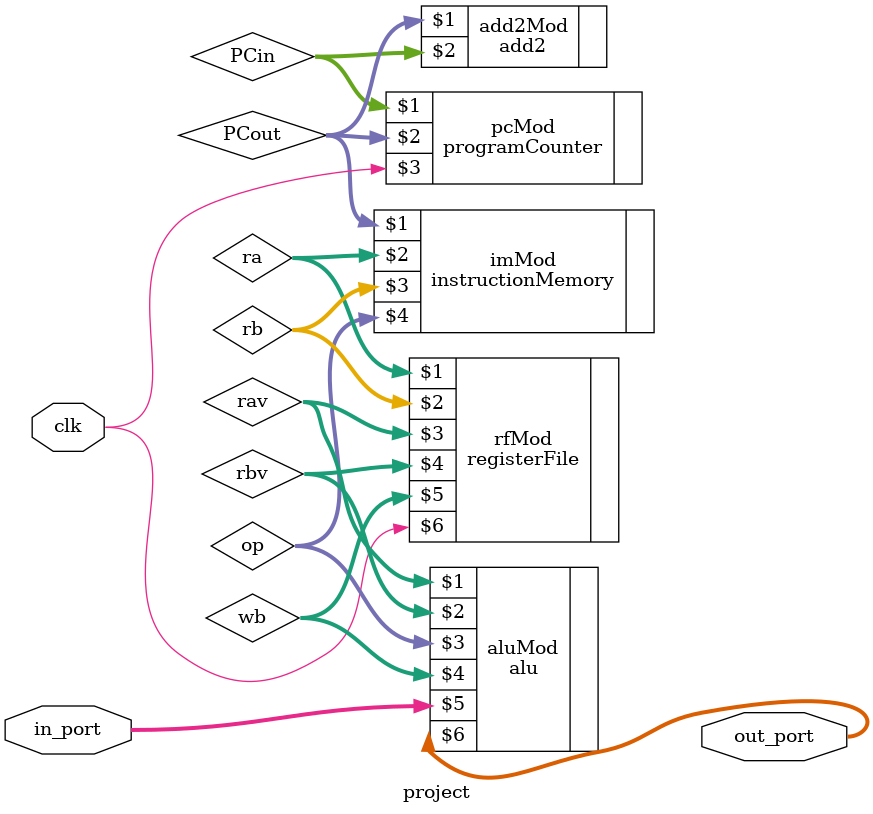
<source format=v>
module project(clk,in_port,out_port);

input clk;
input [7:0]in_port;
output [7:0]out_port;

wire [7:0]PCout;
wire [7:0]PCin;
wire [1:0]ra;
wire [1:0]rb;
wire [3:0]op;
wire [7:0]rav;
wire [7:0]rbv;
wire [7:0]wb;

add2 add2Mod(PCout,PCin);
programCounter pcMod(PCin,PCout,clk);
instructionMemory imMod(PCout,ra,rb,op);
registerFile rfMod(ra,rb,rav,rbv,wb,clk);
alu aluMod(rav,rbv,op,wb,in_port,out_port);

endmodule
</source>
